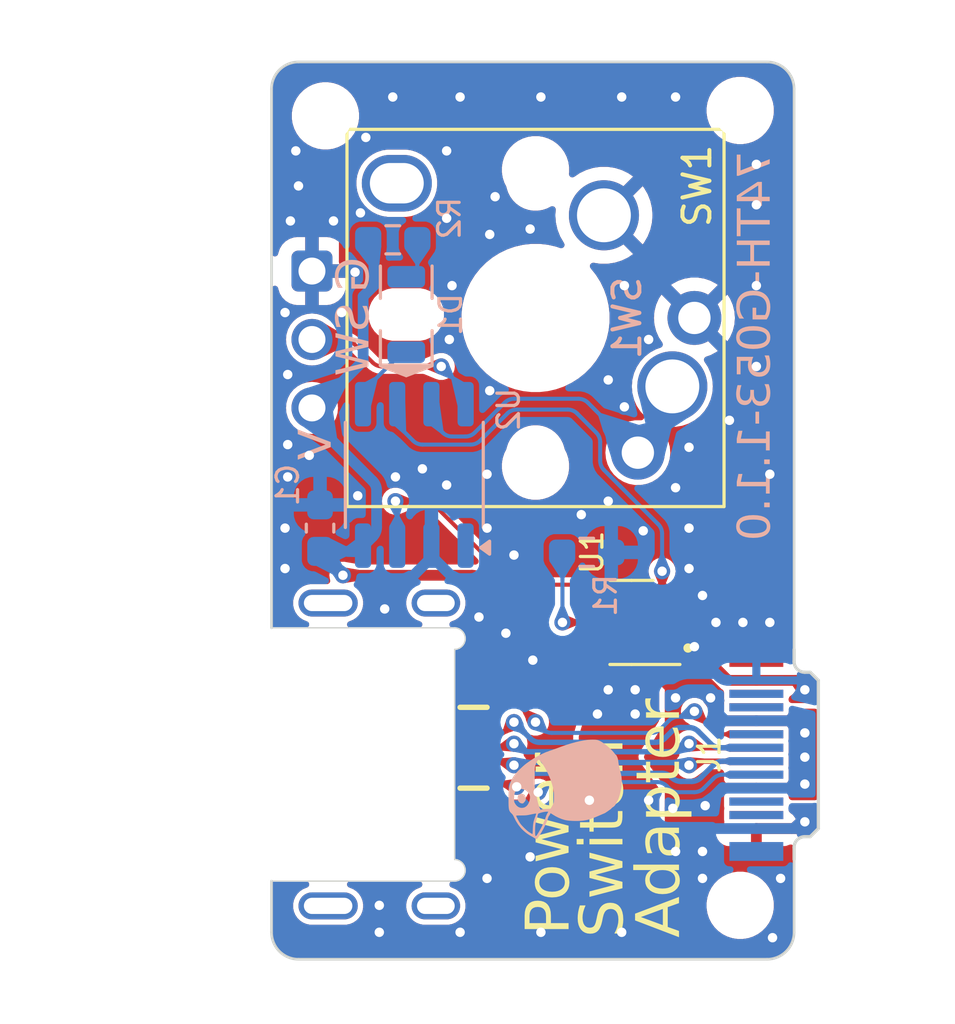
<source format=kicad_pcb>
(kicad_pcb (version 20240108) (generator "pcbnew") (generator_version "8.0")
  (title_block (title "Power Switch Adapter") (rev "1.1.0") (company "Atsushi Morimoto (@74th)"))
  (layers (0 "F.Cu" signal) (31 "B.Cu" signal) (34 "B.Paste" user) (35 "F.Paste" user) (36 "B.SilkS" user "B.Silkscreen") (37 "F.SilkS" user "F.Silkscreen") (38 "B.Mask" user) (39 "F.Mask" user) (44 "Edge.Cuts" user))
  (net 0 "")
  (net 1 "VBUS")
  (net 2 "GND")
  (net 3 "/SWDIO")
  (net 4 "VCC")
  (net 5 "/TXD")
  (net 15 "/CC1")
  (net 17 "/CC2")
  (net 18 "Net-(U1-ISET)")
  (net 19 "/OUT_EN")
  (net 20 "/OUT_FLAG")
  (net 21 "/SWITCH")
  (net 22 "Net-(D1-A)")
  (net 23 "/DP1")
  (net 24 "/DN1")
  (net 25 "/DP2")
  (net 26 "/DN2")
  (net 27 "/LED")
  (footprint "74th:Package_SOT-23-6" (layer "F.Cu") (at 98.3625 53.5 180)
    (property "Reference" "U1" (at 1.4625 2.6 -90) (layer "F.SilkS") (effects (font (size 0.8 0.8) (thickness 0.12))))
    (property "Value" "CH217K")
    (pad "1" smd roundrect (at -1.1375 -0.95 180) (size 1.325 0.6) (layers "F.Cu" "F.Paste" "F.Mask") (net 4 "VCC"))
    (pad "2" smd roundrect (at -1.1375 0 180) (size 1.325 0.6) (layers "F.Cu" "F.Paste" "F.Mask") (net 2 "GND"))
    (pad "3" smd roundrect (at -1.1375 0.95 180) (size 1.325 0.6) (layers "F.Cu" "F.Paste" "F.Mask") (net 20 "/OUT_FLAG"))
    (pad "4" smd roundrect (at 1.1375 0.95 180) (size 1.325 0.6) (layers "F.Cu" "F.Paste" "F.Mask") (net 19 "/OUT_EN"))
    (pad "5" smd roundrect (at 1.1375 0 180) (size 1.325 0.6) (layers "F.Cu" "F.Paste" "F.Mask") (net 18 "Net-(U1-ISET)"))
    (pad "6" smd roundrect (at 1.1375 -0.95 180) (size 1.325 0.6) (layers "F.Cu" "F.Paste" "F.Mask") (net 1 "VBUS"))
  )
  (footprint "74th:Hole_M2_2.0" (layer "F.Cu") (at 87 34.7 180)
    (property "Reference" "M2" (hide yes))
    (property "Value" "Hole_M2_2.0" (hide yes))
    (pad "" np_thru_hole circle (at 0 0 180) (size 2 2) (drill 2) (layers "F&B.Cu" "*.Mask"))
  )
  (footprint "74th:Connector_USB-C-Receptacle_SMT_12-Pin_MidMount" (layer "F.Cu") (at 85 58.4 -90)
    (property "Reference" "J2" (hide yes))
    (property "Value" "USB2.0-C_SMT")
    (fp_line (start -4.7 -6.8) (end -4.7 0) (stroke (width 0.05)) (layer "Edge.Cuts"))
    (fp_line (start 3.9 -6.8) (end -3.9 -6.8) (stroke (width 0.05)) (layer "Edge.Cuts"))
    (fp_line (start 4.7 -6.8) (end 4.7 0) (stroke (width 0.05)) (layer "Edge.Cuts"))
    (fp_arc (start -4.7 -6.8) (mid -4.3 -7.193079) (end -3.9 -6.8) (stroke (width 0.05)) (layer "Edge.Cuts"))
    (fp_arc (start 3.9 -6.8) (mid 4.3 -7.193079) (end 4.7 -6.8) (stroke (width 0.05)) (layer "Edge.Cuts"))
    (pad "" thru_hole oval (at -5.62 -6.1 90) (size 1 1.8) (drill oval 0.6 1.4) (layers "*.Cu" "*.Mask"))
    (pad "" thru_hole oval (at -5.62 -2.1 90) (size 1 2.2) (drill oval 0.6 1.8) (layers "*.Cu" "*.Mask"))
    (pad "" thru_hole oval (at 5.62 -6.1 90) (size 1 1.8) (drill oval 0.6 1.4) (layers "*.Cu" "*.Mask"))
    (pad "" thru_hole oval (at 5.62 -2.1 90) (size 1 2.2) (drill oval 0.6 1.8) (layers "*.Cu" "*.Mask"))
    (pad "A1/B12" smd rect (at -3.2 -7.525 90) (size 0.6 1.15) (layers "F.Cu" "F.Paste" "F.Mask") (net 2 "GND"))
    (pad "A4/B9" smd rect (at -2.4 -7.525 90) (size 0.6 1.15) (layers "F.Cu" "F.Paste" "F.Mask") (net 1 "VBUS"))
    (pad "A5" smd rect (at -1.25 -7.525 90) (size 0.3 1.15) (layers "F.Cu" "F.Paste" "F.Mask") (net 15 "/CC1"))
    (pad "A6" smd rect (at -0.25 -7.525 90) (size 0.3 1.15) (layers "F.Cu" "F.Paste" "F.Mask") (net 23 "/DP1"))
    (pad "A7" smd rect (at 0.25 -7.525 90) (size 0.3 1.15) (layers "F.Cu" "F.Paste" "F.Mask") (net 24 "/DN1"))
    (pad "A9/B4" smd rect (at 2.4 -7.525 90) (size 0.6 1.15) (layers "F.Cu" "F.Paste" "F.Mask") (net 1 "VBUS"))
    (pad "A12/B1" smd rect (at 3.2 -7.525 90) (size 0.6 1.15) (layers "F.Cu" "F.Paste" "F.Mask") (net 2 "GND"))
    (pad "B5" smd rect (at 1.75 -7.525 90) (size 0.3 1.15) (layers "F.Cu" "F.Paste" "F.Mask") (net 17 "/CC2"))
    (pad "B6" smd rect (at 0.75 -7.525 90) (size 0.3 1.15) (layers "F.Cu" "F.Paste" "F.Mask") (net 25 "/DP2"))
    (pad "B7" smd rect (at -0.75 -7.525 90) (size 0.3 1.15) (layers "F.Cu" "F.Paste" "F.Mask") (net 26 "/DN2"))
  )
  (footprint "74th:Hole_M2_2.0" (layer "F.Cu") (at 102.4 64 180)
    (property "Reference" "M2" (hide yes))
    (property "Value" "Hole_M2_2.0" (hide yes))
    (pad "" np_thru_hole circle (at 0 0 180) (size 2 2) (drill 2) (layers "F&B.Cu" "*.Mask"))
  )
  (footprint "74th:Switch_MXChoc_1.0u" (layer "F.Cu") (at 94.8 42.2 -90)
    (property "Reference" "SW1" (hide yes))
    (property "Value" "SW_Push" (hide yes))
    (fp_text user "${REFERENCE}" (at 0 -3.4 90) (layer "B.SilkS") (effects (justify mirror)))
    (fp_text user "${REFERENCE}" (at -4.9 -6 90) (layer "F.SilkS"))
    (pad "" np_thru_hole circle (at -5.5 0 270) (size 2 2) (drill 2) (layers "F&B.Cu" "*.Mask"))
    (pad "" np_thru_hole circle (at -5.08 0 270) (size 1.7 1.7) (drill 1.7) (layers "*.Cu" "*.Mask"))
    (pad "" thru_hole oval (at -5 5.15 90) (size 2.1 2.6) (drill oval 1.5 2) (layers "*.Cu" "*.Mask"))
    (pad "" np_thru_hole circle (at 0 0) (size 5 5) (drill 5) (layers "F&B.Cu" "*.Mask"))
    (pad "" np_thru_hole circle (at 5.08 0 270) (size 1.7 1.7) (drill 1.7) (layers "*.Cu" "*.Mask"))
    (pad "" np_thru_hole circle (at 5.5 0 270) (size 2 2) (drill 2) (layers "F&B.Cu" "*.Mask"))
    (pad "1" thru_hole circle (at -3.81 -2.54 90) (size 2.6 2.6) (drill 2) (layers "*.Cu" "*.Mask") (net 2 "GND"))
    (pad "1" thru_hole circle (at 0 -5.9 270) (size 2 2) (drill 1.2) (layers "*.Cu" "*.Mask") (net 2 "GND"))
    (pad "2" thru_hole circle (at 2.54 -5.08 90) (size 2.6 2.6) (drill 2) (layers "*.Cu" "*.Mask") (net 21 "/SWITCH"))
    (pad "2" thru_hole circle (at 5 -3.8 270) (size 2 2) (drill 1.2) (layers "*.Cu" "*.Mask") (net 21 "/SWITCH"))
  )
  (footprint "74th:PinOut_Pin_3_3GND" (layer "F.Cu") (at 86.5 45.54 90)
    (property "Reference" "CH1" (hide yes))
    (property "Value" "SWD 1Wire" (hide yes))
    (pad "1" thru_hole circle (at 0 0 90) (size 1.524 1.524) (drill 1) (layers "*.Cu" "*.Mask") (net 1 "VBUS"))
    (pad "2" thru_hole circle (at 2.54 0 90) (size 1.524 1.524) (drill 1) (layers "*.Cu" "*.Mask") (net 3 "/SWDIO"))
    (pad "3" thru_hole roundrect (at 5.08 0 90) (size 1.524 1.524) (drill 1) (layers "*.Cu" "*.Mask") (roundrect_rratio 0.1640419948) (net 2 "GND"))
  )
  (footprint "74th:Hole_M2_2.0" (layer "F.Cu") (at 102.4 34.5 180)
    (property "Reference" "M2" (hide yes))
    (property "Value" "Hole_M2_2.0" (hide yes))
    (pad "" np_thru_hole circle (at 0 0 180) (size 2 2) (drill 2) (layers "F&B.Cu" "*.Mask"))
  )
  (footprint "74th:Connector_USB-C-Plug_24-Pin" (layer "F.Cu") (at 104 58.4 -90)
    (property "Reference" "J1" (at 0 2.75 90) (layer "F.SilkS") (effects (font (size 0.8 0.8) (thickness 0.12))))
    (property "Value" "USB-C Plug")
    (fp_line (start -3.9 -0.4) (end -3.45 -0.4) (stroke (width 0.12)) (layer "Edge.Cuts"))
    (fp_line (start 3.9 -0.4) (end 3.45 -0.4) (stroke (width 0.12)) (layer "Edge.Cuts"))
    (fp_line (start -3.05 -1) (end -3.05 -0.8) (stroke (width 0.12)) (layer "Edge.Cuts"))
    (fp_line (start 3.05 -1) (end 3.05 -0.8) (stroke (width 0.12)) (layer "Edge.Cuts"))
    (fp_line (start -2.75 -1.3) (end -3.05 -1) (stroke (width 0.12)) (layer "Edge.Cuts"))
    (fp_line (start -2.75 -1.3) (end 2.75 -1.3) (stroke (width 0.12)) (layer "Edge.Cuts"))
    (fp_line (start 2.75 -1.3) (end 3.05 -1) (stroke (width 0.12)) (layer "Edge.Cuts"))
    (fp_arc (start 3.45 -0.4) (mid 3.167157 -0.517157) (end 3.05 -0.8) (stroke (width 0.12)) (layer "Edge.Cuts"))
    (fp_arc (start -3.05 -0.8) (mid -3.167157 -0.517157) (end -3.45 -0.4) (stroke (width 0.12)) (layer "Edge.Cuts"))
    (pad "" smd rect (at -3.6 1 270) (size 0.7 2) (layers "F.Cu" "F.Paste" "F.Mask"))
    (pad "" smd rect (at 3.6 1 270) (size 0.7 2) (layers "B.Cu" "B.Paste" "B.Mask"))
    (pad "A1" smd rect (at -2.75 1 270) (size 0.3 2) (layers "F.Cu" "F.Paste" "F.Mask") (net 2 "GND"))
    (pad "A2" smd rect (at -2.25 1 270) (size 0.3 2) (layers "F.Cu" "F.Paste" "F.Mask"))
    (pad "A3" smd rect (at -1.75 1 270) (size 0.3 2) (layers "F.Cu" "F.Paste" "F.Mask"))
    (pad "A4" smd rect (at -1.25 1 270) (size 0.3 2) (layers "F.Cu" "F.Paste" "F.Mask") (net 4 "VCC"))
    (pad "A5" smd rect (at -0.75 1 270) (size 0.3 2) (layers "F.Cu" "F.Paste" "F.Mask") (net 15 "/CC1"))
    (pad "A6" smd rect (at -0.25 1 270) (size 0.3 2) (layers "F.Cu" "F.Paste" "F.Mask") (net 23 "/DP1"))
    (pad "A7" smd rect (at 0.25 1 270) (size 0.3 2) (layers "F.Cu" "F.Paste" "F.Mask") (net 24 "/DN1"))
    (pad "A8" smd rect (at 0.75 1 270) (size 0.3 2) (layers "F.Cu" "F.Paste" "F.Mask"))
    (pad "A9" smd rect (at 1.25 1 270) (size 0.3 2) (layers "F.Cu" "F.Paste" "F.Mask") (net 4 "VCC"))
    (pad "A10" smd rect (at 1.75 1 270) (size 0.3 2) (layers "F.Cu" "F.Paste" "F.Mask"))
    (pad "A11" smd rect (at 2.25 1 270) (size 0.3 2) (layers "F.Cu" "F.Paste" "F.Mask"))
    (pad "A12" smd rect (at 2.75 1 270) (size 0.3 2) (layers "F.Cu" "F.Paste" "F.Mask") (net 2 "GND"))
    (pad "B1" smd rect (at 2.75 1 270) (size 0.3 2) (layers "B.Cu" "B.Paste" "B.Mask") (net 2 "GND"))
    (pad "B2" smd rect (at 2.25 1 270) (size 0.3 2) (layers "B.Cu" "B.Paste" "B.Mask"))
    (pad "B3" smd rect (at 1.75 1 270) (size 0.3 2) (layers "B.Cu" "B.Paste" "B.Mask"))
    (pad "B4" smd rect (at 1.25 1 270) (size 0.3 2) (layers "B.Cu" "B.Paste" "B.Mask") (net 4 "VCC"))
    (pad "B5" smd rect (at 0.75 1 270) (size 0.3 2) (layers "B.Cu" "B.Paste" "B.Mask") (net 17 "/CC2"))
    (pad "B6" smd rect (at 0.25 1 270) (size 0.3 2) (layers "B.Cu" "B.Paste" "B.Mask") (net 25 "/DP2"))
    (pad "B7" smd rect (at -0.25 1 270) (size 0.3 2) (layers "B.Cu" "B.Paste" "B.Mask") (net 26 "/DN2"))
    (pad "B8" smd rect (at -0.75 1 270) (size 0.3 2) (layers "B.Cu" "B.Paste" "B.Mask"))
    (pad "B9" smd rect (at -1.25 1 270) (size 0.3 2) (layers "B.Cu" "B.Paste" "B.Mask") (net 4 "VCC"))
    (pad "B10" smd rect (at -1.75 1 270) (size 0.3 2) (layers "B.Cu" "B.Paste" "B.Mask"))
    (pad "B11" smd rect (at -2.25 1 270) (size 0.3 2) (layers "B.Cu" "B.Paste" "B.Mask"))
    (pad "B12" smd rect (at -2.75 1 270) (size 0.3 2) (layers "B.Cu" "B.Paste" "B.Mask") (net 2 "GND"))
  )
  (footprint "74th:LED_BACK_0805_2012" (layer "B.Cu") (at 90 42.0725 90)
    (property "Reference" "D1" (at 0 1.65 90) (layer "B.SilkS") (effects (font (size 0.8 0.8) (thickness 0.12)) (justify mirror)))
    (property "Value" "Blue" (hide yes))
    (pad "" np_thru_hole oval (at 0 0 90) (size 1.45 2.3) (drill oval 1.45 2.3) (layers "F&B.Cu" "*.Mask"))
    (pad "1" smd roundrect (at -1.4 0 90) (size 0.8 1.4) (layers "B.Cu" "B.Paste" "B.Mask") (roundrect_rratio 0.217391) (net 27 "/LED"))
    (pad "2" smd roundrect (at 1.4 0 90) (size 0.8 1.4) (layers "B.Cu" "B.Paste" "B.Mask") (roundrect_rratio 0.217391) (net 22 "Net-(D1-A)"))
  )
  (footprint "74th:Register_0603_1608" (layer "B.Cu") (at 89.5 39.3)
    (property "Reference" "R2" (at 2.1 -0.8 90) (layer "B.SilkS") (effects (font (size 0.8 0.8) (thickness 0.12)) (justify mirror)))
    (property "Value" "10k" (hide yes))
    (pad "1" smd roundrect (at -0.9125 0) (size 0.975 0.95) (layers "B.Cu" "B.Paste" "B.Mask") (net 1 "VBUS"))
    (pad "2" smd roundrect (at 0.9125 0) (size 0.975 0.95) (layers "B.Cu" "B.Paste" "B.Mask") (net 22 "Net-(D1-A)"))
  )
  (footprint "74th:Package_SOIC-8_3.9x4.9mm_P1.27mm" (layer "B.Cu") (at 90.3 48.025 90)
    (property "Reference" "U2" (at 2.425 3.5 -90) (layer "B.SilkS") (effects (font (size 0.8 0.8) (thickness 0.12)) (justify mirror)))
    (property "Value" "CH32V003J4M6")
    (pad "1" smd roundrect (at -2.625 1.905 90) (size 1.65 0.6) (layers "B.Cu" "B.Paste" "B.Mask") (net 5 "/TXD"))
    (pad "2" smd roundrect (at -2.625 0.635 90) (size 1.65 0.6) (layers "B.Cu" "B.Paste" "B.Mask") (net 2 "GND"))
    (pad "3" smd roundrect (at -2.625 -0.635 90) (size 1.65 0.6) (layers "B.Cu" "B.Paste" "B.Mask") (net 19 "/OUT_EN"))
    (pad "4" smd roundrect (at -2.625 -1.905 90) (size 1.65 0.6) (layers "B.Cu" "B.Paste" "B.Mask") (net 1 "VBUS"))
    (pad "5" smd roundrect (at 2.625 -1.905 90) (size 1.65 0.6) (layers "B.Cu" "B.Paste" "B.Mask") (net 27 "/LED"))
    (pad "6" smd roundrect (at 2.625 -0.635 90) (size 1.65 0.6) (layers "B.Cu" "B.Paste" "B.Mask") (net 20 "/OUT_FLAG"))
    (pad "7" smd roundrect (at 2.625 0.635 90) (size 1.65 0.6) (layers "B.Cu" "B.Paste" "B.Mask") (net 21 "/SWITCH"))
    (pad "8" smd roundrect (at 2.625 1.905 90) (size 1.65 0.6) (layers "B.Cu" "B.Paste" "B.Mask") (net 3 "/SWDIO"))
  )
  (footprint "74th:Register_0603_1608" (layer "B.Cu") (at 96.7 50.9)
    (property "Reference" "R1" (at 0.7 1.6 90) (layer "B.SilkS") (effects (font (size 0.8 0.8) (thickness 0.12)) (justify mirror)))
    (property "Value" "56k" (hide yes))
    (pad "1" smd roundrect (at -0.9125 0) (size 0.975 0.95) (layers "B.Cu" "B.Paste" "B.Mask") (net 18 "Net-(U1-ISET)"))
    (pad "2" smd roundrect (at 0.9125 0) (size 0.975 0.95) (layers "B.Cu" "B.Paste" "B.Mask") (net 2 "GND"))
  )
  (footprint "74th:Logo_74th_5mm" (layer "B.Cu") (at 96.113075 59.565615 -90)
    (property "Reference" "MISC-ICON" (hide yes))
    (property "Value" "LOGO" (hide yes))
  )
  (footprint "74th:Capacitor_0603_1608" (layer "B.Cu") (at 86.8 50.1 90)
    (property "Reference" "C1" (at 1.7 -1.2 90) (layer "B.SilkS") (effects (font (size 0.8 0.8) (thickness 0.12)) (justify mirror)))
    (property "Value" "100n" (hide yes))
    (pad "1" smd roundrect (at -0.7625 0 90) (size 1.075 0.95) (layers "B.Cu" "B.Paste" "B.Mask") (net 1 "VBUS"))
    (pad "2" smd roundrect (at 0.9625 0 90) (size 1.075 0.95) (layers "B.Cu" "B.Paste" "B.Mask") (net 2 "GND"))
  )
  (gr_line (start 86 66) (end 103.4 66) (stroke (width 0.1)) (layer "Edge.Cuts"))
  (gr_line (start 104.4 62.3) (end 104.4 65) (stroke (width 0.1)) (layer "Edge.Cuts"))
  (gr_arc (start 104.4 65) (mid 104.107107 65.707107) (end 103.4 66) (stroke (width 0.1)) (layer "Edge.Cuts"))
  (gr_line (start 103.4 32.7) (end 86 32.7) (stroke (width 0.1)) (layer "Edge.Cuts"))
  (gr_line (start 104.4 54.5) (end 104.4 33.7) (stroke (width 0.1)) (layer "Edge.Cuts"))
  (gr_line (start 85 53.7) (end 85 33.7) (stroke (width 0.1)) (layer "Edge.Cuts"))
  (gr_line (start 85 65) (end 85 63.1) (stroke (width 0.1)) (layer "Edge.Cuts"))
  (gr_arc (start 86 66) (mid 85.292893 65.707107) (end 85 65) (stroke (width 0.1)) (layer "Edge.Cuts"))
  (gr_arc (start 103.4 32.7) (mid 104.107107 32.992893) (end 104.4 33.7) (stroke (width 0.1)) (layer "Edge.Cuts"))
  (gr_arc (start 85 33.7) (mid 85.292893 32.992893) (end 86 32.7) (stroke (width 0.1)) (layer "Edge.Cuts"))
  (gr_text "SW" (at 88.8 43 90) (layer "B.SilkS") (effects (font (size 1.2 1.2) (thickness 0.12)) (justify bottom mirror)))
  (gr_text "74TH-G053-${REVISION}" (at 103.7 36 90) (layer "B.SilkS") (effects (font (size 1.2 1.2) (thickness 0.12)) (justify left bottom mirror)))
  (gr_text "V" (at 87.4 46.9 90) (layer "B.SilkS") (effects (font (size 1.2 1.2) (thickness 0.12)) (justify bottom mirror)))
  (gr_text "G" (at 88.8 40.6 90) (layer "B.SilkS") (effects (font (size 1.2 1.2) (thickness 0.12)) (justify bottom mirror)))
  (gr_text "Power" (at 96.3 65.1 90) (layer "F.SilkS") (effects (font (size 1.6 1.6) (thickness 0.12)) (justify left bottom)))
  (gr_text "Adapter" (at 100.4 65.2 90) (layer "F.SilkS") (effects (font (size 1.6 1.6) (thickness 0.12)) (justify left bottom)))
  (gr_text "Switch" (at 98.3 65.2 90) (layer "F.SilkS") (effects (font (size 1.6 1.6) (thickness 0.12)) (justify left bottom)))
  (segment (start 87.65 51.75) (end 92.442893 51.75) (width 0.4) (layer "F.Cu") (net 1))
  (segment (start 95.557107 54.45) (end 97.225 54.45) (width 0.4) (layer "F.Cu") (net 1))
  (segment (start 92.796447 51.896447) (end 95.203554 54.303554) (width 0.4) (layer "F.Cu") (net 1))
  (via (at 87.65 51.75) (size 0.6) (drill 0.35) (layers "F.Cu" "B.Cu") (net 1))
  (arc (start 95.203554 54.303554) (mid 95.365766 54.41194) (end 95.557107 54.45) (width 0.4) (layer "F.Cu") (net 1))
  (arc (start 92.796447 51.896447) (mid 92.634235 51.78806) (end 92.442893 51.75) (width 0.4) (layer "F.Cu") (net 1))
  (segment (start 88.8 41) (end 88.4 41.4) (width 0.4) (layer "B.Cu") (net 1))
  (segment (start 86.5 46) (end 88.753553 48.253553) (width 0.4) (layer "B.Cu") (net 1))
  (segment (start 88.353947 50.716053) (end 88.753554 50.316446) (width 0.4) (layer "B.Cu") (net 1))
  (segment (start 88.4 41.4) (end 88.4 43.8) (width 0.4) (layer "B.Cu") (net 1))
  (segment (start 88.9 49.962893) (end 88.9 48.607107) (width 0.4) (layer "B.Cu") (net 1))
  (segment (start 88.4 43.8) (end 86.66 45.54) (width 0.4) (layer "B.Cu") (net 1))
  (segment (start 86.8 50.9) (end 87.65 51.75) (width 0.4) (layer "B.Cu") (net 1))
  (segment (start 86.8 50.8625) (end 88.000393 50.8625) (width 0.4) (layer "B.Cu") (net 1))
  (segment (start 88.8 39.5125) (end 88.8 41) (width 0.4) (layer "B.Cu") (net 1))
  (arc (start 88.000393 50.8625) (mid 88.191735 50.82444) (end 88.353947 50.716053) (width 0.4) (layer "B.Cu") (net 1))
  (arc (start 88.9 49.962893) (mid 88.86194 50.154234) (end 88.753554 50.316446) (width 0.4) (layer "B.Cu") (net 1))
  (arc (start 88.753553 48.253553) (mid 88.86194 48.415765) (end 88.9 48.607107) (width 0.4) (layer "B.Cu") (net 1))
  (segment (start 103 55.65) (end 101.95 55.65) (width 0.4) (layer "F.Cu") (net 2))
  (segment (start 94.4 55.2) (end 94.7 54.9) (width 0.6) (layer "F.Cu") (net 2))
  (segment (start 92.525 62.525) (end 93 63) (width 0.6) (layer "F.Cu") (net 2))
  (segment (start 101.95 55.65) (end 100.7 54.4) (width 0.4) (layer "F.Cu") (net 2))
  (segment (start 104.55 61.15) (end 104.8 60.9) (width 0.4) (layer "F.Cu") (net 2))
  (segment (start 92.525 55.2) (end 92.525 53.475) (width 0.6) (layer "F.Cu") (net 2))
  (segment (start 103 61.15) (end 104.55 61.15) (width 0.4) (layer "F.Cu") (net 2))
  (segment (start 92.525 61.6) (end 94 61.6) (width 0.6) (layer "F.Cu") (net 2))
  (segment (start 103 62.1) (end 103.9 63) (width 0.4) (layer "F.Cu") (net 2))
  (segment (start 104.45 55.65) (end 104.8 56) (width 0.4) (layer "F.Cu") (net 2))
  (segment (start 92.525 55.2) (end 94.4 55.2) (width 0.6) (layer "F.Cu") (net 2))
  (segment (start 103 55.65) (end 104.45 55.65) (width 0.4) (layer "F.Cu") (net 2))
  (segment (start 87.7 40.1) (end 87.7 39) (width 0.4) (layer "F.Cu") (net 2))
  (segment (start 103 61.15) (end 103 62.1) (width 0.4) (layer "F.Cu") (net 2))
  (segment (start 87.7 39) (end 87.3 38.6) (width 0.4) (layer "F.Cu") (net 2))
  (segment (start 88.1 40.5) (end 87.7 40.1) (width 0.4) (layer "F.Cu") (net 2))
  (segment (start 94 61.6) (end 94.6 62.2) (width 0.6) (layer "F.Cu") (net 2))
  (segment (start 92.525 53.475) (end 92.7 53.3) (width 0.6) (layer "F.Cu") (net 2))
  (segment (start 92.525 61.6) (end 92.525 62.525) (width 0.6) (layer "F.Cu") (net 2))
  (via (at 98.5 56.9) (size 0.6) (drill 0.35) (layers "F.Cu" "B.Cu") (net 2))
  (via (at 102 46) (size 0.6) (drill 0.35) (layers "F.Cu" "B.Cu") (net 2))
  (via (at 87.3 38.6) (size 0.6) (drill 0.35) (layers "F.Cu" "B.Cu") (net 2))
  (via (at 97.5 49) (size 0.6) (drill 0.35) (layers "F.Cu" "B.Cu") (net 2))
  (via (at 103.9 63) (size 0.6) (drill 0.35) (layers "F.Cu" "B.Cu") (net 2))
  (via (at 100 62) (size 0.6) (drill 0.35) (layers "F.Cu" "B.Cu") (net 2))
  (via (at 91.6 43) (size 0.6) (drill 0.35) (layers "F.Cu" "B.Cu") (net 2))
  (via (at 97.5 56) (size 0.6) (drill 0.35) (layers "F.Cu" "B.Cu") (net 2))
  (via (at 93.1 39.1) (size 0.6) (drill 0.35) (layers "F.Cu" "B.Cu") (net 2))
  (via (at 85.6 44.3) (size 0.6) (drill 0.35) (layers "F.Cu" "B.Cu") (net 2))
  (via (at 88.2 48.8) (size 0.6) (drill 0.35) (layers "F.Cu" "B.Cu") (net 2))
  (via (at 101 62) (size 0.6) (drill 0.35) (layers "F.Cu" "B.Cu") (net 2))
  (via (at 103 44) (size 0.6) (drill 0.35) (layers "F.Cu" "B.Cu") (net 2))
  (via (at 98.8 50.1) (size 0.6) (drill 0.35) (layers "F.Cu" "B.Cu") (net 2))
  (via (at 94.7 54.9) (size 0.6) (drill 0.35) (layers "F.Cu" "B.Cu") (net 2))
  (via (at 87.6 42) (size 0.6) (drill 0.35) (layers "F.Cu" "B.Cu") (net 2))
  (via (at 85.5 42) (size 0.6) (drill 0.35) (layers "F.Cu" "B.Cu") (net 2))
  (via (at 89.2 53) (size 0.6) (drill 0.35) (layers "F.Cu" "B.Cu") (net 2))
  (via (at 92 34) (size 0.6) (drill 0.35) (layers "F.Cu" "B.Cu") (net 2))
  (via (at 104.8 56) (size 0.6) (drill 0.35) (layers "F.Cu" "B.Cu") (net 2))
  (via (at 85.9 36) (size 0.6) (drill 0.35) (layers "F.Cu" "B.Cu") (net 2))
  (via (at 101 52.5) (size 0.6) (drill 0.35) (layers "F.Cu" "B.Cu") (net 2))
  (via (at 98.1 41) (size 0.6) (drill 0.35) (layers "F.Cu" "B.Cu") (net 2))
  (via (at 88.3 38.3) (size 0.6) (drill 0.35) (layers "F.Cu" "B.Cu") (net 2))
  (via (at 85.5 50) (size 0.6) (drill 0.35) (layers "F.Cu" "B.Cu") (net 2))
  (via (at 103 41) (size 0.6) (drill 0.35) (layers "F.Cu" "B.Cu") (net 2))
  (via (at 94.6 38.9) (size 0.6) (drill 0.35) (layers "F.Cu" "B.Cu") (net 2))
  (via (at 100.7 54.4) (size 0.6) (drill 0.35) (layers "F.Cu" "B.Cu") (net 2))
  (via (at 85.6 46.9) (size 0.6) (drill 0.35) (layers "F.Cu" "B.Cu") (net 2))
  (via (at 92 65) (size 0.6) (drill 0.35) (layers "F.Cu" "B.Cu") (net 2))
  (via (at 89 65) (size 0.6) (drill 0.35) (layers "F.Cu" "B.Cu") (net 2))
  (via (at 100.5 50) (size 0.6) (drill 0.35) (layers "F.Cu" "B.Cu") (net 2))
  (via (at 100.5 51.5) (size 0.6) (drill 0.35) (layers "F.Cu" "B.Cu") (net 2))
  (via (at 85.7 38.6) (size 0.6) (drill 0.35) (layers "F.Cu" "B.Cu") (net 2))
  (via (at 93.3 37.7) (size 0.6) (drill 0.35) (layers "F.Cu" "B.Cu") (net 2))
  (via (at 99 60.1) (size 0.6) (drill 0.35) (layers "F.Cu" "B.Cu") (net 2))
  (via (at 89 64) (size 0.6) (drill 0.35) (layers "F.Cu" "B.Cu") (net 2))
  (via (at 103 36.5) (size 0.6) (drill 0.35) (layers "F.Cu" "B.Cu") (net 2))
  (via (at 101.5 53.5) (size 0.6) (drill 0.35) (layers "F.Cu" "B.Cu") (net 2))
  (via (at 103.5 48) (size 0.6) (drill 0.35) (layers "F.Cu" "B.Cu") (net 2))
  (via (at 89.6 48.1) (size 0.6) (drill 0.35) (layers "F.Cu" "B.Cu") (net 2))
  (via (at 104.8 60.9) (size 0.6) (drill 0.35) (layers "F.Cu" "B.Cu") (net 2))
  (via (at 98 65) (size 0.6) (drill 0.35) (layers "F.Cu" "B.Cu") (net 2))
  (via (at 93.1 44.9) (size 0.6) (drill 0.35) (layers "F.Cu" "B.Cu") (net 2))
  (via (at 89.5 34) (size 0.6) (drill 0.35) (layers "F.Cu" "B.Cu") (net 2))
  (via (at 85.6 48.1) (size 0.6) (drill 0.35) (layers "F.Cu" "B.Cu") (net 2))
  (via (at 92.7 53.3) (size 0.6) (drill 0.35) (layers "F.Cu" "B.Cu") (net 2))
  (via (at 103.6 65.2) (size 0.6) (drill 0.35) (layers "F.Cu" "B.Cu") (net 2))
  (via (at 97.1 56.9) (size 0.6) (drill 0.35) (layers "F.Cu" "B.Cu") (net 2))
  (via (at 94.6 62.2) (size 0.6) (drill 0.35) (layers "F.Cu" "B.Cu") (net 2))
  (via (at 97.5 44.5) (size 0.6) (drill 0.35) (layers "F.Cu" "B.Cu") (net 2))
  (via (at 93 63) (size 0.6) (drill 0.35) (layers "F.Cu" "B.Cu") (net 2))
  (via (at 91.5 48.4) (size 0.6) (drill 0.35) (layers "F.Cu" "B.Cu") (net 2))
  (via (at 96.5 49.5) (size 0.6) (drill 0.35) (layers "F.Cu" "B.Cu") (net 2))
  (via (at 94 51) (size 0.6) (drill 0.35) (layers "F.Cu" "B.Cu") (net 2))
  (via (at 99 43) (size 0.6) (drill 0.35) (layers "F.Cu" "B.Cu") (net 2))
  (via (at 95 65) (size 0.6) (drill 0.35) (layers "F.Cu" "B.Cu") (net 2))
  (via (at 98.5 56) (size 0.6) (drill 0.35) (layers "F.Cu" "B.Cu") (net 2))
  (via (at 85.5 51.5) (size 0.6) (drill 0.35) (layers "F.Cu" "B.Cu") (net 2))
  (via (at 90.6 47.8) (size 0.6) (drill 0.35) (layers "F.Cu" "B.Cu") (net 2))
  (via (at 86 37.3) (size 0.6) (drill 0.35) (layers "F.Cu" "B.Cu") (net 2))
  (via (at 91.5 36) (size 0.6) (drill 0.35) (layers "F.Cu" "B.Cu") (net 2))
  (via (at 100.5 47) (size 0.6) (drill 0.35) (layers "F.Cu" "B.Cu") (net 2))
  (via (at 101 63) (size 0.6) (drill 0.35) (layers "F.Cu" "B.Cu") (net 2))
  (via (at 86.4 47.3) (size 0.6) (drill 0.35) (layers "F.Cu" "B.Cu") (net 2))
  (via (at 98.1 45.5) (size 0.6) (drill 0.35) (layers "F.Cu" "B.Cu") (net 2))
  (via (at 88.1 40.5) (size 0.6) (drill 0.35) (layers "F.Cu" "B.Cu") (net 2))
  (via (at 103 38) (size 0.6) (drill 0.35) (layers "F.Cu" "B.Cu") (net 2))
  (via (at 102.5 53.5) (size 0.6) (drill 0.35) (layers "F.Cu" "B.Cu") (net 2))
  (via (at 96.8 60.1) (size 0.6) (drill 0.35) (layers "F.Cu" "B.Cu") (net 2))
  (via (at 88.5 35.5) (size 0.6) (drill 0.35) (layers "F.Cu" "B.Cu") (net 2))
  (via (at 100 34) (size 0.6) (drill 0.35) (layers "F.Cu" "B.Cu") (net 2))
  (via (at 95 34) (size 0.6) (drill 0.35) (layers "F.Cu" "B.Cu") (net 2))
  (via (at 91.5 38.5) (size 0.6) (drill 0.35) (layers "F.Cu" "B.Cu") (net 2))
  (via (at 93.7 53.9) (size 0.6) (drill 0.35) (layers "F.Cu" "B.Cu") (net 2))
  (via (at 98 34) (size 0.6) (drill 0.35) (layers "F.Cu" "B.Cu") (net 2))
  (via (at 93 48) (size 0.6) (drill 0.35) (layers "F.Cu" "B.Cu") (net 2))
  (via (at 93 50) (size 0.6) (drill 0.35) (layers "F.Cu" "B.Cu") (net 2))
  (via (at 91.7 41) (size 0.6) (drill 0.35) (layers "F.Cu" "B.Cu") (net 2))
  (via (at 100 48.5) (size 0.6) (drill 0.35) (layers "F.Cu" "B.Cu") (net 2))
  (via (at 103.5 53.5) (size 0.6) (drill 0.35) (layers "F.Cu" "B.Cu") (net 2))
  (segment (start 92.007107 51.9) (end 92.192893 51.9) (width 0.4) (layer "B.Cu") (net 2))
  (segment (start 90.935 51.035) (end 91.653554 51.753554) (width 0.4) (layer "B.Cu") (net 2))
  (segment (start 100.7 54.6) (end 100.7 54.4) (width 0.4) (layer "B.Cu") (net 2))
  (segment (start 103 61.15) (end 104.55 61.15) (width 0.4) (layer "B.Cu") (net 2))
  (segment (start 100.85 61.15) (end 100 62) (width 0.4) (layer "B.Cu") (net 2))
  (segment (start 101.603553 55.503553) (end 101 54.9) (width 0.4) (layer "B.Cu") (net 2))
  (segment (start 103 61.15) (end 100.85 61.15) (width 0.4) (layer "B.Cu") (net 2))
  (segment (start 89.2 52.826262) (end 89.2 53) (width 0.4) (layer "B.Cu") (net 2))
  (segment (start 90.935 51.091262) (end 89.2 52.826262) (width 0.4) (layer "B.Cu") (net 2))
  (segment (start 101 54.9) (end 100.7 54.6) (width 0.4) (layer "B.Cu") (net 2))
  (segment (start 92.546447 52.046447) (end 92.553554 52.053554) (width 0.4) (layer "B.Cu") (net 2))
  (segment (start 92.7 52.407107) (end 92.7 53.3) (width 0.4) (layer "B.Cu") (net 2))
  (segment (start 104.55 61.15) (end 104.8 60.9) (width 0.4) (layer "B.Cu") (net 2))
  (arc (start 92.192893 51.9) (mid 92.384235 51.93806) (end 92.546447 52.046447) (width 0.4) (layer "B.Cu") (net 2))
  (arc (start 101.957107 55.65) (mid 101.765765 55.61194) (end 101.603553 55.503553) (width 0.4) (layer "B.Cu") (net 2))
  (arc (start 92.553554 52.053554) (mid 92.66194 52.215766) (end 92.7 52.407107) (width 0.4) (layer "B.Cu") (net 2))
  (arc (start 92.007107 51.9) (mid 91.815766 51.86194) (end 91.653554 51.753554) (width 0.4) (layer "B.Cu") (net 2))
  (segment (start 87.692893 43) (end 86.5 43) (width 0.15) (layer "F.Cu") (net 3))
  (segment (start 91.3 44) (end 89.107107 44) (width 0.15) (layer "F.Cu") (net 3))
  (segment (start 88.753553 43.853553) (end 88.046447 43.146447) (width 0.15) (layer "F.Cu") (net 3))
  (via (at 91.3 44) (size 0.6) (drill 0.35) (layers "F.Cu" "B.Cu") (net 3))
  (arc (start 88.753553 43.853553) (mid 88.915765 43.96194) (end 89.107107 44) (width 0.15) (layer "F.Cu") (net 3))
  (arc (start 88.046447 43.146447) (mid 87.884235 43.03806) (end 87.692893 43) (width 0.15) (layer "F.Cu") (net 3))
  (segment (start 92.205 44.905) (end 92.205 45.4) (width 0.15) (layer "B.Cu") (net 3))
  (segment (start 91.3 44) (end 92.205 44.905) (width 0.15) (layer "B.Cu") (net 3))
  (segment (start 101.75 57.15) (end 101.5 56.9) (width 0.4) (layer "F.Cu") (net 4))
  (segment (start 103 57.15) (end 101.75 57.15) (width 0.4) (layer "F.Cu") (net 4))
  (segment (start 103 57.15) (end 104.35 57.15) (width 0.4) (layer "F.Cu") (net 4))
  (segment (start 101.75 59.65) (end 101.1 60.3) (width 0.4) (layer "F.Cu") (net 4))
  (segment (start 103 59.65) (end 104.65 59.65) (width 0.4) (layer "F.Cu") (net 4))
  (segment (start 101.5 56.5) (end 101.3 56.3) (width 0.4) (layer "F.Cu") (net 4))
  (segment (start 103 59.65) (end 101.75 59.65) (width 0.4) (layer "F.Cu") (net 4))
  (segment (start 101.5 56.9) (end 101.5 56.5) (width 0.4) (layer "F.Cu") (net 4))
  (segment (start 104.65 59.65) (end 104.8 59.5) (width 0.4) (layer "F.Cu") (net 4))
  (segment (start 104.35 57.15) (end 104.8 57.6) (width 0.4) (layer "F.Cu") (net 4))
  (via (at 104.8 57.6) (size 0.6) (drill 0.35) (layers "F.Cu" "B.Cu") (net 4))
  (via (at 101.1 60.3) (size 0.6) (drill 0.35) (layers "F.Cu" "B.Cu") (net 4))
  (via (at 101.3 56.3) (size 0.6) (drill 0.35) (layers "F.Cu" "B.Cu") (net 4))
  (via (at 99.9 60.4) (size 0.6) (drill 0.35) (layers "F.Cu" "B.Cu") (net 4))
  (via (at 100 56.3) (size 0.6) (drill 0.35) (layers "F.Cu" "B.Cu") (net 4))
  (via (at 104.8 58.5) (size 0.6) (drill 0.35) (layers "F.Cu" "B.Cu") (net 4))
  (via (at 104.8 59.5) (size 0.6) (drill 0.35) (layers "F.Cu" "B.Cu") (net 4))
  (segment (start 101.3 56) (end 101.4 56.1) (width 0.4) (layer "B.Cu") (net 4))
  (segment (start 101.3 56.3) (end 101.3 56) (width 0.4) (layer "B.Cu") (net 4))
  (segment (start 101.6 56.9) (end 101.6 56.6) (width 0.4) (layer "B.Cu") (net 4))
  (segment (start 101.6 56.6) (end 101.3 56.3) (width 0.4) (layer "B.Cu") (net 4))
  (segment (start 103 57.15) (end 104.35 57.15) (width 0.4) (layer "B.Cu") (net 4))
  (segment (start 99.9 60.4) (end 100 60.3) (width 0.4) (layer "B.Cu") (net 4))
  (segment (start 104.65 59.65) (end 104.8 59.5) (width 0.4) (layer "B.Cu") (net 4))
  (segment (start 103 59.65) (end 104.65 59.65) (width 0.4) (layer "B.Cu") (net 4))
  (segment (start 103 57.15) (end 101.85 57.15) (width 0.4) (layer "B.Cu") (net 4))
  (segment (start 101.603553 59.796447) (end 101.4 60) (width 0.4) (layer "B.Cu") (net 4))
  (segment (start 101.4 60) (end 101.1 60.3) (width 0.4) (layer "B.Cu") (net 4))
  (segment (start 100.153553 56.146447) (end 100 56.3) (width 0.4) (layer "B.Cu") (net 4))
  (segment (start 101.85 57.15) (end 101.6 56.9) (width 0.4) (layer "B.Cu") (net 4))
  (segment (start 100 60.3) (end 101.1 60.3) (width 0.4) (layer "B.Cu") (net 4))
  (segment (start 103 59.65) (end 101.957107 59.65) (width 0.4) (layer "B.Cu") (net 4))
  (segment (start 101.3 56) (end 100.507107 56) (width 0.4) (layer "B.Cu") (net 4))
  (segment (start 104.35 57.15) (end 104.8 57.6) (width 0.4) (layer "B.Cu") (net 4))
  (arc (start 101.603553 59.796447) (mid 101.765765 59.68806) (end 101.957107 59.65) (width 0.4) (layer "B.Cu") (net 4))
  (arc (start 100.153553 56.146447) (mid 100.315765 56.03806) (end 100.507107 56) (width 0.4) (layer "B.Cu") (net 4))
  (segment (start 100.7 56.8) (end 101.403554 57.503554) (width 0.15) (layer "F.Cu") (net 15))
  (segment (start 93.553553 56.746447) (end 93.296446 57.003554) (width 0.15) (layer "F.Cu") (net 15))
  (segment (start 93.992893 56.6) (end 93.907107 56.6) (width 0.15) (layer "F.Cu") (net 15))
  (segment (start 94.346447 56.746447) (end 94.8 57.2) (width 0.15) (layer "F.Cu") (net 15))
  (segment (start 101.757107 57.65) (end 103 57.65) (width 0.15) (layer "F.Cu") (net 15))
  (via (at 94.8 57.2) (size 0.6) (drill 0.35) (layers "F.Cu" "B.Cu") (net 15))
  (via (at 100.7 56.8) (size 0.6) (drill 0.35) (layers "F.Cu" "B.Cu") (net 15))
  (arc (start 94.346447 56.746447) (mid 94.184235 56.63806) (end 93.992893 56.6) (width 0.15) (layer "F.Cu") (net 15))
  (arc (start 101.403554 57.503554) (mid 101.565766 57.61194) (end 101.757107 57.65) (width 0.15) (layer "F.Cu") (net 15))
  (arc (start 93.296446 57.003554) (mid 93.134234 57.11194) (end 92.942893 57.15) (width 0.15) (layer "F.Cu") (net 15))
  (arc (start 93.553553 56.746447) (mid 93.715765 56.63806) (end 93.907107 56.6) (width 0.15) (layer "F.Cu") (net 15))
  (segment (start 95.053553 57.453553) (end 94.8 57.2) (width 0.15) (layer "B.Cu") (net 15))
  (segment (start 100.7 56.8) (end 100.646446 56.853554) (width 0.15) (layer "B.Cu") (net 15))
  (segment (start 99.092893 57.6) (end 95.407107 57.6) (width 0.15) (layer "B.Cu") (net 15))
  (segment (start 100.292893 57) (end 100.107107 57) (width 0.15) (layer "B.Cu") (net 15))
  (segment (start 99.753553 57.146447) (end 99.446446 57.453554) (width 0.15) (layer "B.Cu") (net 15))
  (arc (start 100.292893 57) (mid 100.484234 56.96194) (end 100.646446 56.853554) (width 0.15) (layer "B.Cu") (net 15))
  (arc (start 100.107107 57) (mid 99.915765 57.03806) (end 99.753553 57.146447) (width 0.15) (layer "B.Cu") (net 15))
  (arc (start 95.407107 57.6) (mid 95.215765 57.56194) (end 95.053553 57.453553) (width 0.15) (layer "B.Cu") (net 15))
  (arc (start 99.446446 57.453554) (mid 99.284234 57.56194) (end 99.092893 57.6) (width 0.15) (layer "B.Cu") (net 15))
  (segment (start 92.525 60.15) (end 94.342893 60.15) (width 0.15) (layer "F.Cu") (net 17))
  (segment (start 94.696447 60.003553) (end 94.9 59.8) (width 0.15) (layer "F.Cu") (net 17))
  (via (at 94.9 59.8) (size 0.6) (drill 0.35) (layers "F.Cu" "B.Cu") (net 17))
  (arc (start 94.696447 60.003553) (mid 94.534235 60.11194) (end 94.342893 60.15) (width 0.15) (layer "F.Cu") (net 17))
  (segment (start 99.753553 59.653553) (end 99.671446 59.571446) (width 0.15) (layer "B.Cu") (net 17))
  (segment (start 103 59.15) (end 101.757107 59.15) (width 0.15) (layer "B.Cu") (net 17))
  (segment (start 95.128553 59.571447) (end 94.9 59.8) (width 0.15) (layer "B.Cu") (net 17))
  (segment (start 100.692893 59.8) (end 100.107107 59.8) (width 0.15) (layer "B.Cu") (net 17))
  (segment (start 101.403553 59.296447) (end 101.046446 59.653554) (width 0.15) (layer "B.Cu") (net 17))
  (segment (start 99.317893 59.425) (end 95.482107 59.425) (width 0.15) (layer "B.Cu") (net 17))
  (arc (start 99.753553 59.653553) (mid 99.915765 59.76194) (end 100.107107 59.8) (width 0.15) (layer "B.Cu") (net 17))
  (arc (start 101.757107 59.15) (mid 101.565765 59.18806) (end 101.403553 59.296447) (width 0.15) (layer "B.Cu") (net 17))
  (arc (start 100.692893 59.8) (mid 100.884234 59.76194) (end 101.046446 59.653554) (width 0.15) (layer "B.Cu") (net 17))
  (arc (start 95.128553 59.571447) (mid 95.290765 59.46306) (end 95.482107 59.425) (width 0.15) (layer "B.Cu") (net 17))
  (arc (start 99.671446 59.571446) (mid 99.509234 59.46306) (end 99.317893 59.425) (width 0.15) (layer "B.Cu") (net 17))
  (segment (start 97.225 53.5) (end 95.8 53.5) (width 0.15) (layer "F.Cu") (net 18))
  (via (at 95.8 53.5) (size 0.6) (drill 0.35) (layers "F.Cu" "B.Cu") (net 18))
  (segment (start 95.8 53.5) (end 95.8 50.9125) (width 0.15) (layer "B.Cu") (net 18))
  (segment (start 96.921447 52.246447) (end 97.225 52.55) (width 0.15) (layer "F.Cu") (net 19))
  (segment (start 94.207107 52.1) (end 96.567893 52.1) (width 0.15) (layer "F.Cu") (net 19))
  (segment (start 91.046447 49.146447) (end 93.853554 51.953554) (width 0.15) (layer "F.Cu") (net 19))
  (segment (start 89.6 49) (end 90.692893 49) (width 0.15) (layer "F.Cu") (net 19))
  (via (at 89.6 49) (size 0.6) (drill 0.35) (layers "F.Cu" "B.Cu") (net 19))
  (arc (start 94.207107 52.1) (mid 94.015766 52.06194) (end 93.853554 51.953554) (width 0.15) (layer "F.Cu") (net 19))
  (arc (start 96.921447 52.246447) (mid 96.759235 52.13806) (end 96.567893 52.1) (width 0.15) (layer "F.Cu") (net 19))
  (arc (start 91.046447 49.146447) (mid 90.884235 49.03806) (end 90.692893 49) (width 0.15) (layer "F.Cu") (net 19))
  (segment (start 89.6 49) (end 89.665 49.065) (width 0.15) (layer "B.Cu") (net 19))
  (segment (start 89.665 49.065) (end 89.665 50.5) (width 0.15) (layer "B.Cu") (net 19))
  (segment (start 99.5 52.55) (end 99.5 51.6) (width 0.15) (layer "F.Cu") (net 20))
  (via (at 99.5 51.6) (size 0.6) (drill 0.35) (layers "F.Cu" "B.Cu") (net 20))
  (segment (start 90.253553 46.753553) (end 89.811446 46.311446) (width 0.15) (layer "B.Cu") (net 20))
  (segment (start 93.753553 45.746447) (end 92.746446 46.753554) (width 0.15) (layer "B.Cu") (net 20))
  (segment (start 99.5 51.6) (end 99.5 50.207107) (width 0.15) (layer "B.Cu") (net 20))
  (segment (start 92.392893 46.9) (end 90.607107 46.9) (width 0.15) (layer "B.Cu") (net 20))
  (segment (start 95.992893 45.6) (end 94.107107 45.6) (width 0.15) (layer "B.Cu") (net 20))
  (segment (start 99.353553 49.853553) (end 97.346446 47.846446) (width 0.15) (layer "B.Cu") (net 20))
  (segment (start 97.2 47.492893) (end 97.2 46.807107) (width 0.15) (layer "B.Cu") (net 20))
  (segment (start 97.053553 46.453553) (end 96.346446 45.746446) (width 0.15) (layer "B.Cu") (net 20))
  (arc (start 96.346446 45.746446) (mid 96.184234 45.63806) (end 95.992893 45.6) (width 0.15) (layer "B.Cu") (net 20))
  (arc (start 99.5 50.207107) (mid 99.46194 50.015765) (end 99.353553 49.853553) (width 0.15) (layer "B.Cu") (net 20))
  (arc (start 89.665 45.957893) (mid 89.70306 46.149234) (end 89.811446 46.311446) (width 0.15) (layer "B.Cu") (net 20))
  (arc (start 90.253553 46.753553) (mid 90.415765 46.86194) (end 90.607107 46.9) (width 0.15) (layer "B.Cu") (net 20))
  (arc (start 97.053553 46.453553) (mid 97.16194 46.615765) (end 97.2 46.807107) (width 0.15) (layer "B.Cu") (net 20))
  (arc (start 93.753553 45.746447) (mid 93.915765 45.63806) (end 94.107107 45.6) (width 0.15) (layer "B.Cu") (net 20))
  (arc (start 97.2 47.492893) (mid 97.23806 47.684234) (end 97.346446 47.846446) (width 0.15) (layer "B.Cu") (net 20))
  (arc (start 92.746446 46.753554) (mid 92.584234 46.86194) (end 92.392893 46.9) (width 0.15) (layer "B.Cu") (net 20))
  (segment (start 94.007107 45.2) (end 96.392893 45.2) (width 0.15) (layer "B.Cu") (net 21))
  (segment (start 91.707107 46.6) (end 92.192893 46.6) (width 0.15) (layer "B.Cu") (net 21))
  (segment (start 90.935 46.035) (end 91.353554 46.453554) (width 0.15) (layer "B.Cu") (net 21))
  (segment (start 92.546447 46.453553) (end 93.653554 45.346446) (width 0.15) (layer "B.Cu") (net 21))
  (segment (start 98.6 47.2) (end 99.88 45.92) (width 0.15) (layer "B.Cu") (net 21))
  (segment (start 96.746447 45.346447) (end 98.6 47.2) (width 0.15) (layer "B.Cu") (net 21))
  (arc (start 91.353554 46.453554) (mid 91.515766 46.56194) (end 91.707107 46.6) (width 0.15) (layer "B.Cu") (net 21))
  (arc (start 96.746447 45.346447) (mid 96.584235 45.23806) (end 96.392893 45.2) (width 0.15) (layer "B.Cu") (net 21))
  (arc (start 93.653554 45.346446) (mid 93.815766 45.23806) (end 94.007107 45.2) (width 0.15) (layer "B.Cu") (net 21))
  (arc (start 92.546447 46.453553) (mid 92.384235 46.56194) (end 92.192893 46.6) (width 0.15) (layer "B.Cu") (net 21))
  (segment (start 90.4125 39.3) (end 90.4125 40.202893) (width 0.15) (layer "B.Cu") (net 22))
  (arc (start 90.266053 40.556447) (mid 90.37444 40.394235) (end 90.4125 40.202893) (width 0.15) (layer "B.Cu") (net 22))
  (segment (start 93.642893 58.15) (end 92.525 58.15) (width 0.2) (layer "F.Cu") (net 23))
  (segment (start 100.857107 58.15) (end 103 58.15) (width 0.2) (layer "F.Cu") (net 23))
  (segment (start 100.5 58) (end 100.503554 58.003554) (width 0.2) (layer "F.Cu") (net 23))
  (segment (start 94 58) (end 93.996446 58.003554) (width 0.2) (layer "F.Cu") (net 23))
  (via (at 100.5 58) (size 0.6) (drill 0.35) (layers "F.Cu" "B.Cu") (net 23))
  (via (at 94 58) (size 0.6) (drill 0.35) (layers "F.Cu" "B.Cu") (net 23))
  (arc (start 93.996446 58.003554) (mid 93.834234 58.11194) (end 93.642893 58.15) (width 0.2) (layer "F.Cu") (net 23))
  (arc (start 100.503554 58.003554) (mid 100.665766 58.11194) (end 100.857107 58.15) (width 0.2) (layer "F.Cu") (net 23))
  (segment (start 99.992893 58.3) (end 94.507107 58.3) (width 0.2) (layer "B.Cu") (net 23))
  (segment (start 100.5 58) (end 100.346446 58.153554) (width 0.2) (layer "B.Cu") (net 23))
  (segment (start 94.153553 58.153553) (end 94 58) (width 0.2) (layer "B.Cu") (net 23))
  (arc (start 94.153553 58.153553) (mid 94.315765 58.26194) (end 94.507107 58.3) (width 0.2) (layer "B.Cu") (net 23))
  (arc (start 100.346446 58.153554) (mid 100.184234 58.26194) (end 99.992893 58.3) (width 0.2) (layer "B.Cu") (net 23))
  (segment (start 100.5 58.8) (end 100.503554 58.796446) (width 0.2) (layer "F.Cu") (net 24))
  (segment (start 94 58.8) (end 93.996446 58.796446) (width 0.2) (layer "F.Cu") (net 24))
  (segment (start 100.857107 58.65) (end 103 58.65) (width 0.2) (layer "F.Cu") (net 24))
  (segment (start 93.642893 58.65) (end 92.525 58.65) (width 0.2) (layer "F.Cu") (net 24))
  (via (at 94 58.8) (size 0.6) (drill 0.35) (layers "F.Cu" "B.Cu") (net 24))
  (via (at 100.5 58.8) (size 0.6) (drill 0.35) (layers "F.Cu" "B.Cu") (net 24))
  (arc (start 100.857107 58.65) (mid 100.665766 58.68806) (end 100.503554 58.796446) (width 0.2) (layer "F.Cu") (net 24))
  (arc (start 93.642893 58.65) (mid 93.834234 58.68806) (end 93.996446 58.796446) (width 0.2) (layer "F.Cu") (net 24))
  (segment (start 100.5 58.8) (end 100.4 58.7) (width 0.2) (layer "B.Cu") (net 24))
  (segment (start 100.4 58.7) (end 94.1 58.7) (width 0.2) (layer "B.Cu") (net 24))
  (segment (start 94.1 58.7) (end 94 58.8) (width 0.2) (layer "B.Cu") (net 24))
  (segment (start 92.525 59.15) (end 93.042893 59.15) (width 0.2) (layer "F.Cu") (net 25))
  (segment (start 93.396447 59.296447) (end 93.553554 59.453554) (width 0.2) (layer "F.Cu") (net 25))
  (segment (start 93.907107 59.6) (end 94.1 59.6) (width 0.2) (layer "F.Cu") (net 25))
  (via (at 94.1 59.6) (size 0.6) (drill 0.35) (layers "F.Cu" "B.Cu") (net 25))
  (arc (start 93.907107 59.6) (mid 93.715766 59.56194) (end 93.553554 59.453554) (width 0.2) (layer "F.Cu") (net 25))
  (arc (start 93.396447 59.296447) (mid 93.234235 59.18806) (end 93.042893 59.15) (width 0.2) (layer "F.Cu") (net 25))
  (segment (start 103 58.65) (end 101.757107 58.65) (width 0.2) (layer "B.Cu") (net 25))
  (segment (start 99.853553 59.253553) (end 99.846446 59.246446) (width 0.2) (layer "B.Cu") (net 25))
  (segment (start 94.453553 59.246447) (end 94.1 59.6) (width 0.2) (layer "B.Cu") (net 25))
  (segment (start 101.403553 58.796447) (end 100.946446 59.253554) (width 0.2) (layer "B.Cu") (net 25))
  (segment (start 100.592893 59.4) (end 100.207107 59.4) (width 0.2) (layer "B.Cu") (net 25))
  (segment (start 99.492893 59.1) (end 94.807107 59.1) (width 0.2) (layer "B.Cu") (net 25))
  (arc (start 100.207107 59.4) (mid 100.015765 59.36194) (end 99.853553 59.253553) (width 0.2) (layer "B.Cu") (net 25))
  (arc (start 100.592893 59.4) (mid 100.784234 59.36194) (end 100.946446 59.253554) (width 0.2) (layer "B.Cu") (net 25))
  (arc (start 94.807107 59.1) (mid 94.615765 59.13806) (end 94.453553 59.246447) (width 0.2) (layer "B.Cu") (net 25))
  (arc (start 99.492893 59.1) (mid 99.684234 59.13806) (end 99.846446 59.246446) (width 0.2) (layer "B.Cu") (net 25))
  (arc (start 101.403553 58.796447) (mid 101.565765 58.68806) (end 101.757107 58.65) (width 0.2) (layer "B.Cu") (net 25))
  (segment (start 92.525 57.65) (end 93.342893 57.65) (width 0.2) (layer "F.Cu") (net 26))
  (segment (start 93.696447 57.503553) (end 94 57.2) (width 0.2) (layer "F.Cu") (net 26))
  (via (at 94 57.2) (size 0.6) (drill 0.35) (layers "F.Cu" "B.Cu") (net 26))
  (arc (start 93.696447 57.503553) (mid 93.534235 57.61194) (end 93.342893 57.65) (width 0.2) (layer "F.Cu") (net 26))
  (segment (start 99.242893 57.95) (end 94.957107 57.95) (width 0.2) (layer "B.Cu") (net 26))
  (segment (start 99.853553 57.546447) (end 99.596446 57.803554) (width 0.2) (layer "B.Cu") (net 26))
  (segment (start 94.603553 57.803553) (end 94 57.2) (width 0.2) (layer "B.Cu") (net 26))
  (segment (start 103 58.15) (end 101.657107 58.15) (width 0.2) (layer "B.Cu") (net 26))
  (segment (start 101.303553 58.003553) (end 100.846446 57.546446) (width 0.2) (layer "B.Cu") (net 26))
  (segment (start 100.492893 57.4) (end 100.207107 57.4) (width 0.2) (layer "B.Cu") (net 26))
  (arc (start 101.303553 58.003553) (mid 101.465765 58.11194) (end 101.657107 58.15) (width 0.2) (layer "B.Cu") (net 26))
  (arc (start 94.603553 57.803553) (mid 94.765765 57.91194) (end 94.957107 57.95) (width 0.2) (layer "B.Cu") (net 26))
  (arc (start 100.492893 57.4) (mid 100.684234 57.43806) (end 100.846446 57.546446) (width 0.2) (layer "B.Cu") (net 26))
  (arc (start 100.207107 57.4) (mid 100.015765 57.43806) (end 99.853553 57.546447) (width 0.2) (layer "B.Cu") (net 26))
  (arc (start 99.596446 57.803554) (mid 99.434234 57.91194) (end 99.242893 57.95) (width 0.2) (layer "B.Cu") (net 26))
  (segment (start 90 43.3225) (end 88.541446 44.781054) (width 0.15) (layer "B.Cu") (net 27))
  (zone (net 1) (net_name "VBUS") (layer "F.Cu") (priority 2) (connect_pads yes (clearance 0.2)) (min_thickness 0.25) (fill yes (thermal_gap 0.5) (thermal_bridge_width 0.5))
    (polygon (pts (xy 98.3 53.9) (xy 98.3 54.9) (xy 97 55) (xy 96.2 57.7) (xy 96.2 61.2) (xy 91.8 61.2) (xy 91.8 55.6) (xy 95.6 55.5) (xy 96.2 53.9)))
  )
  (zone (net 4) (net_name "VCC") (layer "F.Cu") (priority 3) (connect_pads yes (clearance 0.2)) (min_thickness 0.25) (fill yes (thermal_gap 0.5) (thermal_bridge_width 0.5))
    (polygon (pts (xy 103 60.1) (xy 105.3 60.1) (xy 105.3 56.7) (xy 102.9 56.7) (xy 101.9 55.3) (xy 100.8 53.9) (xy 98.5 53.9) (xy 98.5 54.9) (xy 99.6 56) (xy 99.6 57.2) (xy 98.8 58.5) (xy 99.6 59.6) (xy 99.6 61.2) (xy 101.8 61.2)))
  )
  (zone (net 2) (net_name "GND") (layers "F&B.Cu") (priority 1) (connect_pads (clearance 0.2)) (min_thickness 0.25) (fill yes (thermal_gap 0.5) (thermal_bridge_width 0.5))
    (polygon (pts (xy 110.4 30.4) (xy 110.4 68.4) (xy 80.4 68.4) (xy 80.4 30.4)))
  )
  (zone (net 4) (net_name "VCC") (layer "B.Cu") (priority 4) (connect_pads yes (clearance 0.2)) (min_thickness 0.25) (fill yes (thermal_gap 0.5) (thermal_bridge_width 0.5) (island_removal_mode 1) (island_area_min 10))
    (polygon (pts (xy 105.2 60) (xy 101.7 60) (xy 101.6 60.7) (xy 99.6 60.7) (xy 99.6 56) (xy 101.9 56) (xy 105.2 56.8)))
  )
)
</source>
